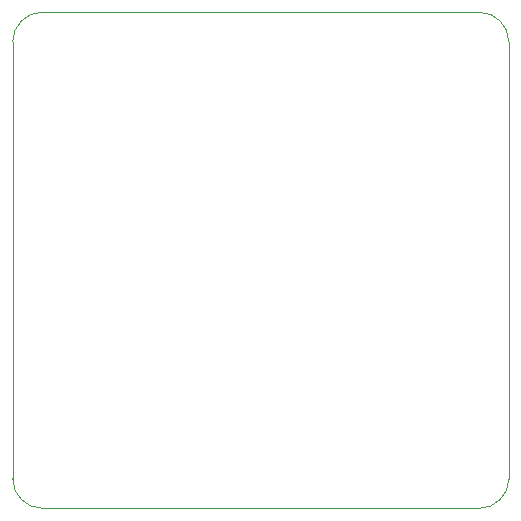
<source format=gbr>
%TF.GenerationSoftware,KiCad,Pcbnew,(5.99.0-2031-g4c5f3cb5b)*%
%TF.CreationDate,2020-06-28T22:12:09-05:00*%
%TF.ProjectId,InfinityMirrorSquare,496e6669-6e69-4747-994d-6972726f7253,rev?*%
%TF.SameCoordinates,Original*%
%TF.FileFunction,Profile,NP*%
%FSLAX46Y46*%
G04 Gerber Fmt 4.6, Leading zero omitted, Abs format (unit mm)*
G04 Created by KiCad (PCBNEW (5.99.0-2031-g4c5f3cb5b)) date 2020-06-28 22:12:09*
%MOMM*%
%LPD*%
G01*
G04 APERTURE LIST*
%TA.AperFunction,Profile*%
%ADD10C,0.050000*%
%TD*%
G04 APERTURE END LIST*
D10*
X91000000Y-73500000D02*
G75*
G02*
X88500000Y-71000000I0J2500000D01*
G01*
X130500000Y-71000000D02*
G75*
G02*
X128000000Y-73500000I-2500000J0D01*
G01*
X128000000Y-31500000D02*
G75*
G02*
X130500000Y-34000000I0J-2500000D01*
G01*
X88500000Y-34000000D02*
G75*
G02*
X91000000Y-31500000I2500000J0D01*
G01*
X91000000Y-73500000D02*
X128000000Y-73500000D01*
X88500000Y-71000000D02*
X88500000Y-34000000D01*
X130500000Y-71000000D02*
X130500000Y-34000000D01*
X91000000Y-31500000D02*
X128000000Y-31500000D01*
M02*

</source>
